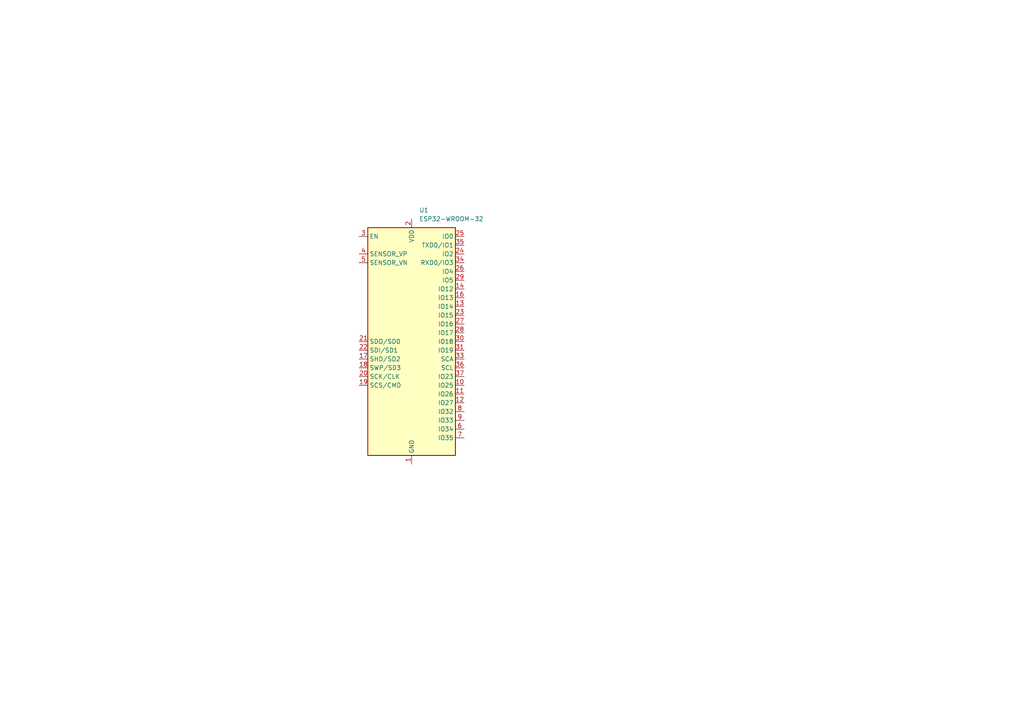
<source format=kicad_sch>
(kicad_sch (version 20231120) (generator "eeschema") (generator_version "8.0")
  (paper "A4")
  (lib_symbols
    (symbol "Alexander Symbol Library:ESP32-WROOM-32"
      (property "Reference" "U" (at -12.7 34.29 0))
      (property "Value" "ESP32-WROOM-32" (at 1.27 34.29 0))
      (symbol "ESP32-WROOM-32_0_1"
        (rectangle (start -12.7 33.02) (end 12.7 -33.02) (stroke (width 0.254)) (fill (type background)))
      )
      (symbol "ESP32-WROOM-32_1_1"
        (pin power_in line (at 0 -35.56 90) (length 2.54) (name "GND") (number "1"))
        (pin bidirectional line (at 15.24 -12.7 180) (length 2.54) (name "IO25") (number "10"))
        (pin bidirectional line (at 15.24 -15.24 180) (length 2.54) (name "IO26") (number "11"))
        (pin bidirectional line (at 15.24 -17.78 180) (length 2.54) (name "IO27") (number "12"))
        (pin bidirectional line (at 15.24 10.16 180) (length 2.54) (name "IO14") (number "13"))
        (pin bidirectional line (at 15.24 15.24 180) (length 2.54) (name "IO12") (number "14"))
        (pin passive line (at 0 -35.56 90) (length 2.54) hide (name "GND") (number "15"))
        (pin bidirectional line (at 15.24 12.7 180) (length 2.54) (name "IO13") (number "16"))
        (pin bidirectional line (at -15.24 -5.08 0) (length 2.54) (name "SHD/SD2") (number "17"))
        (pin bidirectional line (at -15.24 -7.62 0) (length 2.54) (name "SWP/SD3") (number "18"))
        (pin bidirectional line (at -15.24 -12.7 0) (length 2.54) (name "SCS/CMD") (number "19"))
        (pin power_in line (at 0 35.56 270) (length 2.54) (name "VDD") (number "2"))
        (pin bidirectional line (at -15.24 -10.16 0) (length 2.54) (name "SCK/CLK") (number "20"))
        (pin bidirectional line (at -15.24 0 0) (length 2.54) (name "SDO/SD0") (number "21"))
        (pin bidirectional line (at -15.24 -2.54 0) (length 2.54) (name "SDI/SD1") (number "22"))
        (pin bidirectional line (at 15.24 7.62 180) (length 2.54) (name "IO15") (number "23"))
        (pin bidirectional line (at 15.24 25.4 180) (length 2.54) (name "IO2") (number "24"))
        (pin bidirectional line (at 15.24 30.48 180) (length 2.54) (name "IO0") (number "25"))
        (pin bidirectional line (at 15.24 20.32 180) (length 2.54) (name "IO4") (number "26"))
        (pin bidirectional line (at 15.24 5.08 180) (length 2.54) (name "IO16") (number "27"))
        (pin bidirectional line (at 15.24 2.54 180) (length 2.54) (name "IO17") (number "28"))
        (pin bidirectional line (at 15.24 17.78 180) (length 2.54) (name "IO5") (number "29"))
        (pin input line (at -15.24 30.48 0) (length 2.54) (name "EN") (number "3"))
        (pin bidirectional line (at 15.24 0 180) (length 2.54) (name "IO18") (number "30"))
        (pin bidirectional line (at 15.24 -2.54 180) (length 2.54) (name "IO19") (number "31"))
        (pin no_connect line (at -12.7 -27.94 0) (length 2.54) hide (name "NC") (number "32"))
        (pin bidirectional line (at 15.24 -5.08 180) (length 2.54) (name "SCA") (number "33"))
        (pin bidirectional line (at 15.24 22.86 180) (length 2.54) (name "RXD0/IO3") (number "34"))
        (pin bidirectional line (at 15.24 27.94 180) (length 2.54) (name "TXD0/IO1") (number "35"))
        (pin bidirectional line (at 15.24 -7.62 180) (length 2.54) (name "SCL") (number "36"))
        (pin bidirectional line (at 15.24 -10.16 180) (length 2.54) (name "IO23") (number "37"))
        (pin passive line (at 0 -35.56 90) (length 2.54) hide (name "GND") (number "38"))
        (pin passive line (at 0 -35.56 90) (length 2.54) hide (name "GND") (number "39"))
        (pin input line (at -15.24 25.4 0) (length 2.54) (name "SENSOR_VP") (number "4"))
        (pin input line (at -15.24 22.86 0) (length 2.54) (name "SENSOR_VN") (number "5"))
        (pin input line (at 15.24 -25.4 180) (length 2.54) (name "IO34") (number "6"))
        (pin input line (at 15.24 -27.94 180) (length 2.54) (name "IO35") (number "7"))
        (pin bidirectional line (at 15.24 -20.32 180) (length 2.54) (name "IO32") (number "8"))
        (pin bidirectional line (at 15.24 -22.86 180) (length 2.54) (name "IO33") (number "9"))
      )
    )
  )
  (symbol (lib_id "Alexander Symbol Library:ESP32-WROOM-32") (at 119.38 99.06 0) (unit 1)
    (property "Reference" "U1" (at 121.5741 60.96 0) (effects (justify left)))
    (property "Value" "ESP32-WROOM-32" (at 121.5741 63.5 0) (effects (justify left)))
    (property "Footprint" "RF_Module:ESP32-WROOM-32" (effects (hide yes)))
    (property "Datasheet" "https://www.espressif.com/sites/default/files/documentation/esp32-wroom-32_datasheet_en.pdf" (effects (hide yes)))
    (property "Description" "RF Module, ESP32-D0WDQ6 SoC, Wi-Fi 802.11b/g/n, Bluetooth, BLE, 32-bit, 2.7-3.6V, onboard antenna, SMD" (effects (hide yes)))
  )
)
</source>
